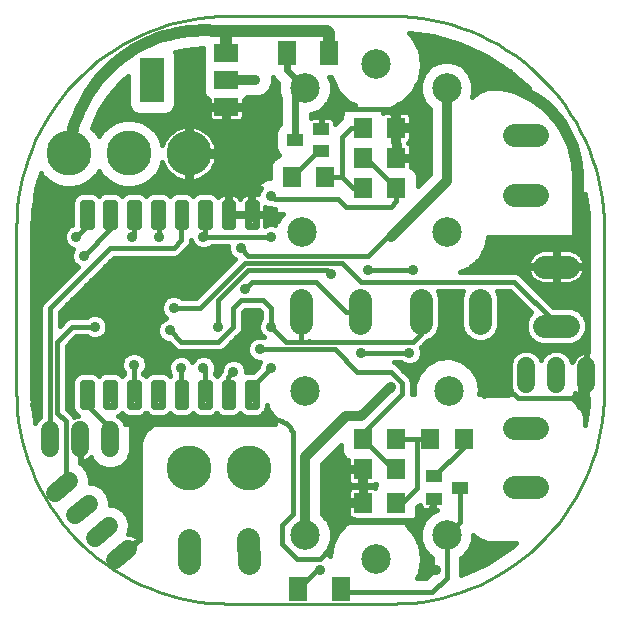
<source format=gtl>
G75*
G70*
%OFA0B0*%
%FSLAX24Y24*%
%IPPOS*%
%LPD*%
%AMOC8*
5,1,8,0,0,1.08239X$1,22.5*
%
%ADD10C,0.0100*%
%ADD11C,0.0245*%
%ADD12C,0.1500*%
%ADD13R,0.0551X0.0394*%
%ADD14R,0.0630X0.0710*%
%ADD15R,0.0630X0.0709*%
%ADD16C,0.0780*%
%ADD17C,0.0600*%
%ADD18R,0.0790X0.0590*%
%ADD19R,0.0790X0.1500*%
%ADD20R,0.0591X0.0827*%
%ADD21C,0.0984*%
%ADD22C,0.0160*%
%ADD23C,0.0320*%
%ADD24C,0.0357*%
%ADD25C,0.0400*%
%ADD26C,0.0240*%
D10*
X007766Y000751D02*
X013187Y000751D01*
X013187Y000750D02*
X013524Y000758D01*
X013861Y000782D01*
X014196Y000822D01*
X014528Y000878D01*
X014858Y000950D01*
X015184Y001037D01*
X015505Y001140D01*
X015821Y001258D01*
X016131Y001390D01*
X016434Y001538D01*
X016731Y001699D01*
X017019Y001875D01*
X017298Y002064D01*
X017568Y002266D01*
X017828Y002481D01*
X018078Y002708D01*
X018316Y002946D01*
X018543Y003196D01*
X018758Y003456D01*
X018960Y003726D01*
X019149Y004005D01*
X019325Y004294D01*
X019486Y004590D01*
X019634Y004893D01*
X019766Y005203D01*
X019884Y005519D01*
X019987Y005840D01*
X020074Y006166D01*
X020146Y006496D01*
X020202Y006828D01*
X020242Y007163D01*
X020266Y007500D01*
X020274Y007837D01*
X020273Y007837D02*
X020273Y013258D01*
X020274Y013258D02*
X020266Y013595D01*
X020242Y013932D01*
X020202Y014267D01*
X020146Y014599D01*
X020074Y014929D01*
X019987Y015255D01*
X019884Y015576D01*
X019766Y015892D01*
X019634Y016202D01*
X019486Y016505D01*
X019325Y016802D01*
X019149Y017090D01*
X018960Y017369D01*
X018758Y017639D01*
X018543Y017899D01*
X018316Y018149D01*
X018078Y018387D01*
X017828Y018614D01*
X017568Y018829D01*
X017298Y019031D01*
X017019Y019220D01*
X016731Y019396D01*
X016434Y019557D01*
X016131Y019705D01*
X015821Y019837D01*
X015505Y019955D01*
X015184Y020058D01*
X014858Y020145D01*
X014528Y020217D01*
X014196Y020273D01*
X013861Y020313D01*
X013524Y020337D01*
X013187Y020345D01*
X007766Y020345D01*
X007429Y020337D01*
X007092Y020313D01*
X006757Y020273D01*
X006425Y020217D01*
X006095Y020145D01*
X005769Y020058D01*
X005448Y019955D01*
X005132Y019837D01*
X004822Y019705D01*
X004519Y019557D01*
X004222Y019396D01*
X003934Y019220D01*
X003655Y019031D01*
X003385Y018829D01*
X003125Y018614D01*
X002875Y018387D01*
X002637Y018149D01*
X002410Y017899D01*
X002195Y017639D01*
X001993Y017369D01*
X001804Y017090D01*
X001628Y016802D01*
X001467Y016505D01*
X001319Y016202D01*
X001187Y015892D01*
X001069Y015576D01*
X000966Y015255D01*
X000879Y014929D01*
X000807Y014599D01*
X000751Y014267D01*
X000711Y013932D01*
X000687Y013595D01*
X000679Y013258D01*
X000679Y007837D01*
X000687Y007500D01*
X000711Y007163D01*
X000751Y006828D01*
X000807Y006496D01*
X000879Y006166D01*
X000966Y005840D01*
X001069Y005519D01*
X001187Y005203D01*
X001319Y004893D01*
X001467Y004590D01*
X001628Y004294D01*
X001804Y004005D01*
X001993Y003726D01*
X002195Y003456D01*
X002410Y003196D01*
X002637Y002946D01*
X002875Y002708D01*
X003125Y002481D01*
X003385Y002266D01*
X003655Y002064D01*
X003934Y001875D01*
X004222Y001699D01*
X004519Y001538D01*
X004822Y001390D01*
X005132Y001258D01*
X005448Y001140D01*
X005769Y001037D01*
X006095Y000950D01*
X006425Y000878D01*
X006757Y000822D01*
X007092Y000782D01*
X007429Y000758D01*
X007766Y000750D01*
D11*
X007877Y007349D02*
X007877Y008105D01*
X007877Y007349D02*
X007621Y007349D01*
X007621Y008105D01*
X007877Y008105D01*
X007877Y007593D02*
X007621Y007593D01*
X007621Y007837D02*
X007877Y007837D01*
X007877Y008081D02*
X007621Y008081D01*
X007096Y008105D02*
X007096Y007349D01*
X006840Y007349D01*
X006840Y008105D01*
X007096Y008105D01*
X007096Y007593D02*
X006840Y007593D01*
X006840Y007837D02*
X007096Y007837D01*
X007096Y008081D02*
X006840Y008081D01*
X006314Y008105D02*
X006314Y007349D01*
X006058Y007349D01*
X006058Y008105D01*
X006314Y008105D01*
X006314Y007593D02*
X006058Y007593D01*
X006058Y007837D02*
X006314Y007837D01*
X006314Y008081D02*
X006058Y008081D01*
X005533Y008105D02*
X005533Y007349D01*
X005277Y007349D01*
X005277Y008105D01*
X005533Y008105D01*
X005533Y007593D02*
X005277Y007593D01*
X005277Y007837D02*
X005533Y007837D01*
X005533Y008081D02*
X005277Y008081D01*
X004721Y008105D02*
X004721Y007349D01*
X004465Y007349D01*
X004465Y008105D01*
X004721Y008105D01*
X004721Y007593D02*
X004465Y007593D01*
X004465Y007837D02*
X004721Y007837D01*
X004721Y008081D02*
X004465Y008081D01*
X003939Y008105D02*
X003939Y007349D01*
X003683Y007349D01*
X003683Y008105D01*
X003939Y008105D01*
X003939Y007593D02*
X003683Y007593D01*
X003683Y007837D02*
X003939Y007837D01*
X003939Y008081D02*
X003683Y008081D01*
X003158Y008105D02*
X003158Y007349D01*
X002902Y007349D01*
X002902Y008105D01*
X003158Y008105D01*
X003158Y007593D02*
X002902Y007593D01*
X002902Y007837D02*
X003158Y007837D01*
X003158Y008081D02*
X002902Y008081D01*
X008658Y008105D02*
X008658Y007349D01*
X008402Y007349D01*
X008402Y008105D01*
X008658Y008105D01*
X008658Y007593D02*
X008402Y007593D01*
X008402Y007837D02*
X008658Y007837D01*
X008658Y008081D02*
X008402Y008081D01*
X008658Y013349D02*
X008658Y014105D01*
X008658Y013349D02*
X008402Y013349D01*
X008402Y014105D01*
X008658Y014105D01*
X008658Y013593D02*
X008402Y013593D01*
X008402Y013837D02*
X008658Y013837D01*
X008658Y014081D02*
X008402Y014081D01*
X007877Y014105D02*
X007877Y013349D01*
X007621Y013349D01*
X007621Y014105D01*
X007877Y014105D01*
X007877Y013593D02*
X007621Y013593D01*
X007621Y013837D02*
X007877Y013837D01*
X007877Y014081D02*
X007621Y014081D01*
X007096Y014105D02*
X007096Y013349D01*
X006840Y013349D01*
X006840Y014105D01*
X007096Y014105D01*
X007096Y013593D02*
X006840Y013593D01*
X006840Y013837D02*
X007096Y013837D01*
X007096Y014081D02*
X006840Y014081D01*
X006314Y014105D02*
X006314Y013349D01*
X006058Y013349D01*
X006058Y014105D01*
X006314Y014105D01*
X006314Y013593D02*
X006058Y013593D01*
X006058Y013837D02*
X006314Y013837D01*
X006314Y014081D02*
X006058Y014081D01*
X005533Y014105D02*
X005533Y013349D01*
X005277Y013349D01*
X005277Y014105D01*
X005533Y014105D01*
X005533Y013593D02*
X005277Y013593D01*
X005277Y013837D02*
X005533Y013837D01*
X005533Y014081D02*
X005277Y014081D01*
X004721Y014105D02*
X004721Y013349D01*
X004465Y013349D01*
X004465Y014105D01*
X004721Y014105D01*
X004721Y013593D02*
X004465Y013593D01*
X004465Y013837D02*
X004721Y013837D01*
X004721Y014081D02*
X004465Y014081D01*
X003939Y014105D02*
X003939Y013349D01*
X003683Y013349D01*
X003683Y014105D01*
X003939Y014105D01*
X003939Y013593D02*
X003683Y013593D01*
X003683Y013837D02*
X003939Y013837D01*
X003939Y014081D02*
X003683Y014081D01*
X003158Y014105D02*
X003158Y013349D01*
X002902Y013349D01*
X002902Y014105D01*
X003158Y014105D01*
X003158Y013593D02*
X002902Y013593D01*
X002902Y013837D02*
X003158Y013837D01*
X003158Y014081D02*
X002902Y014081D01*
D12*
X002434Y015758D03*
X004434Y015758D03*
X006434Y015758D03*
X006434Y005258D03*
X008434Y005258D03*
D13*
X014599Y004994D03*
X014599Y004246D03*
X015465Y004620D03*
X010851Y015837D03*
X010851Y016585D03*
X009985Y016211D03*
D14*
X009862Y014961D03*
X010982Y014961D03*
X012233Y014592D03*
X012225Y015602D03*
X013345Y015602D03*
X013353Y014592D03*
X013345Y006242D03*
X013345Y005244D03*
X012225Y005244D03*
X012225Y006242D03*
X014472Y006242D03*
X015591Y006242D03*
D15*
X013336Y004120D03*
X012234Y004120D03*
X012226Y016616D03*
X013328Y016616D03*
D16*
X017264Y016364D02*
X018044Y016364D01*
X018044Y014384D02*
X017264Y014384D01*
X018284Y011989D02*
X019064Y011989D01*
X019064Y010009D02*
X018284Y010009D01*
X016146Y010095D02*
X016146Y010875D01*
X014166Y010875D02*
X014166Y010095D01*
X012153Y010095D02*
X012153Y010875D01*
X010173Y010875D02*
X010173Y010095D01*
X017262Y006608D02*
X018042Y006608D01*
X018042Y004628D02*
X017262Y004628D01*
X008419Y002895D02*
X008425Y002115D01*
X006445Y002098D02*
X006439Y002878D01*
D17*
X003758Y003340D02*
X003308Y002943D01*
X002646Y003693D02*
X003096Y004090D01*
X002435Y004840D02*
X001985Y004443D01*
X001801Y005942D02*
X001801Y006542D01*
X002801Y006542D02*
X002801Y005942D01*
X003801Y005942D02*
X003801Y006542D01*
X004419Y002590D02*
X003969Y002193D01*
X017674Y008073D02*
X017675Y008673D01*
X018675Y008671D02*
X018674Y008071D01*
X019674Y008069D02*
X019675Y008669D01*
D18*
X007682Y017310D03*
X007682Y018210D03*
X007682Y019110D03*
D19*
X005202Y018200D03*
D20*
X009701Y019114D03*
X011119Y019114D03*
X011497Y001250D03*
X010080Y001250D03*
D21*
X010298Y003030D03*
X012660Y002243D03*
X015023Y003030D03*
X015101Y007833D03*
X010298Y007833D03*
X010219Y013137D03*
X015023Y013137D03*
X015023Y017941D03*
X012660Y018728D03*
X010298Y017941D03*
D22*
X009465Y017621D02*
X009465Y016730D01*
X009370Y016635D01*
X009309Y016488D01*
X009309Y015935D01*
X009370Y015788D01*
X009449Y015709D01*
X009320Y015655D01*
X009208Y015543D01*
X009147Y015396D01*
X009147Y014933D01*
X009051Y014933D01*
X008838Y014845D01*
X008675Y014682D01*
X008587Y014469D01*
X008587Y014407D01*
X008575Y014407D01*
X008575Y013772D01*
X008485Y013772D01*
X008485Y013682D01*
X008100Y013682D01*
X007794Y013682D01*
X007794Y013772D01*
X008485Y013772D01*
X008485Y013682D01*
X008100Y013682D01*
X007794Y013682D01*
X007794Y013772D01*
X008485Y013772D01*
X008485Y014407D01*
X008373Y014407D01*
X008315Y014395D01*
X008259Y014373D01*
X008210Y014339D01*
X008168Y014297D01*
X008140Y014255D01*
X008111Y014297D01*
X008069Y014339D01*
X008020Y014373D01*
X007965Y014395D01*
X007906Y014407D01*
X007794Y014407D01*
X007794Y013772D01*
X007704Y013772D01*
X007704Y014407D01*
X007592Y014407D01*
X007533Y014395D01*
X007478Y014373D01*
X007429Y014339D01*
X007401Y014312D01*
X007301Y014412D01*
X007167Y014467D01*
X006768Y014467D01*
X006635Y014412D01*
X006577Y014354D01*
X006519Y014412D01*
X006386Y014467D01*
X005987Y014467D01*
X005854Y014412D01*
X005796Y014354D01*
X005738Y014412D01*
X005605Y014467D01*
X005206Y014467D01*
X005072Y014412D01*
X004999Y014338D01*
X004926Y014412D01*
X004792Y014467D01*
X004393Y014467D01*
X004260Y014412D01*
X004202Y014354D01*
X004144Y014412D01*
X004011Y014467D01*
X003612Y014467D01*
X003479Y014412D01*
X003421Y014354D01*
X003363Y014412D01*
X003230Y014467D01*
X002831Y014467D01*
X002697Y014412D01*
X002595Y014310D01*
X002540Y014177D01*
X002540Y013378D01*
X002439Y013336D01*
X002321Y013219D01*
X002258Y013065D01*
X002258Y012898D01*
X002321Y012744D01*
X002439Y012627D01*
X002563Y012575D01*
X002507Y012441D01*
X002507Y012274D01*
X002571Y012120D01*
X002689Y012003D01*
X002727Y011987D01*
X001620Y010880D01*
X001620Y010880D01*
X001530Y010790D01*
X001481Y010672D01*
X001481Y006986D01*
X001343Y006848D01*
X001312Y006772D01*
X001303Y006832D01*
X001303Y014264D01*
X001352Y014604D01*
X008824Y014604D01*
X008811Y014591D01*
X008747Y014438D01*
X008747Y014395D01*
X008746Y014395D01*
X008688Y014407D01*
X008575Y014407D01*
X008575Y013772D01*
X008485Y013772D01*
X008485Y014407D01*
X008373Y014407D01*
X008315Y014395D01*
X008259Y014373D01*
X008210Y014339D01*
X008168Y014297D01*
X008140Y014255D01*
X008111Y014297D01*
X008069Y014339D01*
X008020Y014373D01*
X007965Y014395D01*
X007906Y014407D01*
X007794Y014407D01*
X007794Y013772D01*
X007704Y013772D01*
X007704Y014407D01*
X007592Y014407D01*
X007540Y014397D01*
X007538Y014400D01*
X007391Y014547D01*
X007199Y014627D01*
X006736Y014627D01*
X006577Y014561D01*
X006418Y014627D01*
X005955Y014627D01*
X005796Y014561D01*
X005637Y014627D01*
X005174Y014627D01*
X004999Y014555D01*
X004824Y014627D01*
X004657Y014627D01*
X004878Y014686D01*
X005140Y014838D01*
X005355Y015052D01*
X005506Y015314D01*
X005549Y015473D01*
X005574Y015401D01*
X005619Y015307D01*
X005675Y015219D01*
X005740Y015137D01*
X005814Y015063D01*
X005895Y014998D01*
X005984Y014943D01*
X006078Y014897D01*
X006176Y014863D01*
X006278Y014840D01*
X006357Y014831D01*
X006357Y015680D01*
X006512Y015680D01*
X006512Y014831D01*
X006590Y014840D01*
X006692Y014863D01*
X006791Y014897D01*
X006885Y014943D01*
X006973Y014998D01*
X007055Y015063D01*
X007129Y015137D01*
X007194Y015219D01*
X007250Y015307D01*
X007295Y015401D01*
X007329Y015500D01*
X007353Y015602D01*
X007361Y015680D01*
X006512Y015680D01*
X006512Y015835D01*
X007361Y015835D01*
X007353Y015914D01*
X007329Y016016D01*
X007295Y016114D01*
X007250Y016208D01*
X007194Y016297D01*
X007129Y016379D01*
X007055Y016452D01*
X006973Y016518D01*
X006885Y016573D01*
X006791Y016618D01*
X006692Y016653D01*
X006590Y016676D01*
X006512Y016685D01*
X006512Y015835D01*
X006357Y015835D01*
X006357Y016685D01*
X006278Y016676D01*
X006176Y016653D01*
X006078Y016618D01*
X005984Y016573D01*
X005895Y016518D01*
X005814Y016452D01*
X005740Y016379D01*
X005675Y016297D01*
X005619Y016208D01*
X005574Y016114D01*
X005549Y016042D01*
X005506Y016202D01*
X005355Y016464D01*
X005140Y016678D01*
X004878Y016830D01*
X004586Y016908D01*
X004283Y016908D01*
X003990Y016830D01*
X003728Y016678D01*
X003514Y016464D01*
X003434Y016326D01*
X003355Y016464D01*
X003216Y016603D01*
X003450Y017162D01*
X003771Y017679D01*
X004169Y018140D01*
X004407Y018341D01*
X004407Y017370D01*
X004468Y017223D01*
X004580Y017111D01*
X004727Y017050D01*
X005676Y017050D01*
X005823Y017111D01*
X005936Y017223D01*
X005997Y017370D01*
X005997Y019029D01*
X005954Y019133D01*
X006310Y019217D01*
X006887Y019259D01*
X006887Y018735D01*
X006918Y018660D01*
X006887Y018584D01*
X006887Y017835D01*
X006948Y017688D01*
X007060Y017576D01*
X007107Y017556D01*
X007107Y017377D01*
X007614Y017377D01*
X007614Y017242D01*
X007107Y017242D01*
X007107Y016991D01*
X007119Y016945D01*
X007143Y016904D01*
X007176Y016871D01*
X007217Y016847D01*
X007263Y016835D01*
X007614Y016835D01*
X007614Y017242D01*
X007749Y017242D01*
X007749Y016835D01*
X008101Y016835D01*
X008146Y016847D01*
X008187Y016871D01*
X008221Y016904D01*
X008245Y016945D01*
X008257Y016991D01*
X008257Y017242D01*
X007749Y017242D01*
X007749Y017377D01*
X007749Y017515D01*
X007614Y017515D01*
X007614Y017377D01*
X007749Y017377D01*
X008257Y017377D01*
X008257Y017556D01*
X008303Y017576D01*
X008377Y017650D01*
X008493Y017650D01*
X008538Y017631D01*
X008768Y017631D01*
X008981Y017719D01*
X009143Y017882D01*
X009231Y018095D01*
X009231Y018313D01*
X009260Y018243D01*
X009406Y018097D01*
X009406Y017763D01*
X009465Y017621D01*
X009465Y017552D02*
X008257Y017552D01*
X008257Y017393D02*
X009465Y017393D01*
X009465Y017235D02*
X008257Y017235D01*
X008257Y017076D02*
X009465Y017076D01*
X009465Y016918D02*
X008229Y016918D01*
X007749Y016918D02*
X007614Y016918D01*
X007614Y017076D02*
X007749Y017076D01*
X007749Y017235D02*
X007614Y017235D01*
X007614Y017393D02*
X007749Y017393D01*
X007107Y017393D02*
X005997Y017393D01*
X005997Y017552D02*
X007107Y017552D01*
X006938Y017710D02*
X005997Y017710D01*
X005997Y017869D02*
X006887Y017869D01*
X006887Y018027D02*
X005997Y018027D01*
X005997Y018186D02*
X006887Y018186D01*
X006887Y018344D02*
X005997Y018344D01*
X005997Y018503D02*
X006887Y018503D01*
X006917Y018661D02*
X005997Y018661D01*
X005997Y018820D02*
X006887Y018820D01*
X006887Y018978D02*
X005997Y018978D01*
X005969Y019137D02*
X006887Y019137D01*
X007107Y017235D02*
X005941Y017235D01*
X005741Y017076D02*
X007107Y017076D01*
X007135Y016918D02*
X003348Y016918D01*
X003415Y017076D02*
X004663Y017076D01*
X004463Y017235D02*
X003496Y017235D01*
X003594Y017393D02*
X004407Y017393D01*
X004407Y017552D02*
X003692Y017552D01*
X003798Y017710D02*
X004407Y017710D01*
X004407Y017869D02*
X003935Y017869D01*
X004072Y018027D02*
X004407Y018027D01*
X004407Y018186D02*
X004223Y018186D01*
X003869Y016759D02*
X003281Y016759D01*
X003218Y016601D02*
X003651Y016601D01*
X003502Y016442D02*
X003367Y016442D01*
X003434Y015190D02*
X003355Y015052D01*
X003140Y014838D01*
X002878Y014686D01*
X002586Y014608D01*
X002283Y014608D01*
X001990Y014686D01*
X001728Y014838D01*
X001514Y015052D01*
X001489Y015095D01*
X001359Y014652D01*
X001226Y013726D01*
X001209Y013258D01*
X001209Y007837D01*
X001226Y007370D01*
X001278Y007009D01*
X001321Y007052D01*
X001321Y010513D01*
X001321Y010704D01*
X001394Y010881D01*
X002489Y011976D01*
X002435Y012030D01*
X002347Y012242D01*
X002347Y012473D01*
X002354Y012489D01*
X002348Y012491D01*
X002186Y012654D01*
X002098Y012866D01*
X002098Y013097D01*
X002186Y013309D01*
X002348Y013472D01*
X002380Y013485D01*
X002380Y014208D01*
X002460Y014400D01*
X002607Y014547D01*
X002799Y014627D01*
X003262Y014627D01*
X003421Y014561D01*
X003580Y014627D01*
X004043Y014627D01*
X004202Y014561D01*
X004315Y014608D01*
X004283Y014608D01*
X003990Y014686D01*
X003728Y014838D01*
X003514Y015052D01*
X003434Y015190D01*
X003425Y015174D02*
X003443Y015174D01*
X003550Y015016D02*
X003319Y015016D01*
X003160Y014857D02*
X003709Y014857D01*
X003969Y014699D02*
X002900Y014699D01*
X002600Y014540D02*
X001343Y014540D01*
X008790Y014540D01*
X008617Y014540D02*
X007398Y014540D01*
X007331Y014382D02*
X007500Y014382D01*
X007704Y014382D02*
X007794Y014382D01*
X007704Y014382D01*
X007704Y014223D02*
X007794Y014223D01*
X007704Y014223D01*
X007704Y014065D02*
X007794Y014065D01*
X007704Y014065D01*
X007704Y013906D02*
X007794Y013906D01*
X007704Y013906D01*
X007794Y013748D02*
X008485Y013748D01*
X007794Y013748D01*
X007998Y014382D02*
X008282Y014382D01*
X007998Y014382D01*
X008485Y014382D02*
X008575Y014382D01*
X008485Y014382D01*
X008485Y014223D02*
X008575Y014223D01*
X008485Y014223D01*
X008485Y014065D02*
X008575Y014065D01*
X008485Y014065D01*
X008485Y013906D02*
X008575Y013906D01*
X008485Y013906D01*
X008575Y013772D02*
X008960Y013772D01*
X008960Y013987D01*
X009083Y013936D01*
X009163Y013936D01*
X009227Y013910D01*
X009291Y013910D01*
X009291Y013383D01*
X009249Y013400D01*
X009083Y013400D01*
X008960Y013349D01*
X008960Y013682D01*
X008575Y013682D01*
X008575Y013772D01*
X008960Y013772D01*
X008960Y013813D01*
X009051Y013776D01*
X009131Y013776D01*
X009195Y013750D01*
X009570Y013750D01*
X009463Y013643D01*
X009407Y013508D01*
X009281Y013560D01*
X009051Y013560D01*
X008960Y013522D01*
X008960Y013682D01*
X008575Y013682D01*
X008575Y013772D01*
X008575Y013748D02*
X009291Y013748D01*
X009291Y013906D02*
X008960Y013906D01*
X008960Y013589D02*
X009291Y013589D01*
X009441Y013589D02*
X008960Y013589D01*
X008960Y013431D02*
X009291Y013431D01*
X009568Y013748D02*
X008575Y013748D01*
X009166Y014354D02*
X009291Y014230D01*
X011412Y014230D01*
X011662Y013980D01*
X013160Y013980D01*
X013353Y014173D01*
X013353Y014592D01*
X012342Y015602D01*
X012225Y015602D01*
X011537Y014961D02*
X011906Y014592D01*
X012233Y014592D01*
X011537Y014961D02*
X011537Y016302D01*
X011852Y016616D01*
X012226Y016616D01*
X011511Y016954D02*
X011445Y016888D01*
X011306Y016750D01*
X011306Y016806D01*
X011294Y016852D01*
X011270Y016893D01*
X011237Y016926D01*
X011196Y016950D01*
X011150Y016962D01*
X010869Y016962D01*
X010869Y016604D01*
X010832Y016604D01*
X010832Y016962D01*
X010552Y016962D01*
X010506Y016950D01*
X010505Y016949D01*
X010505Y017061D01*
X010803Y017184D01*
X011054Y017435D01*
X011190Y017763D01*
X011190Y018118D01*
X011115Y018301D01*
X011184Y018301D01*
X011193Y018246D01*
X011193Y018246D01*
X011412Y017815D01*
X011753Y017474D01*
X011753Y017474D01*
X011957Y017370D01*
X011832Y017370D01*
X011685Y017310D01*
X011572Y017197D01*
X011511Y017050D01*
X011511Y016954D01*
X011475Y016918D02*
X011245Y016918D01*
X011306Y016759D02*
X011316Y016759D01*
X011445Y016888D02*
X011445Y016888D01*
X011522Y017076D02*
X010543Y017076D01*
X010832Y016918D02*
X010869Y016918D01*
X010869Y016759D02*
X010832Y016759D01*
X010913Y017100D02*
X010913Y017225D01*
X013035Y017225D01*
X013328Y016931D01*
X013328Y016616D01*
X013406Y016601D02*
X014472Y016601D01*
X014472Y016759D02*
X013823Y016759D01*
X013823Y016694D02*
X013823Y016994D01*
X013811Y017040D01*
X013787Y017081D01*
X013754Y017115D01*
X013713Y017138D01*
X013667Y017150D01*
X013406Y017150D01*
X013406Y016694D01*
X013251Y016694D01*
X013251Y017150D01*
X012990Y017150D01*
X012944Y017138D01*
X012912Y017120D01*
X012880Y017197D01*
X012865Y017212D01*
X013137Y017255D01*
X013137Y017255D01*
X013567Y017474D01*
X013567Y017474D01*
X013909Y017815D01*
X013909Y017815D01*
X014128Y018246D01*
X014203Y018722D01*
X014128Y019199D01*
X014128Y019199D01*
X013909Y019629D01*
X013909Y019629D01*
X013754Y019784D01*
X014580Y019665D01*
X015478Y019401D01*
X016329Y019013D01*
X017116Y018507D01*
X017754Y017954D01*
X016375Y017954D01*
X016054Y017821D01*
X015858Y017625D01*
X015915Y017763D01*
X015915Y018118D01*
X015779Y018446D01*
X015528Y018697D01*
X015200Y018833D01*
X014845Y018833D01*
X014517Y018697D01*
X014266Y018446D01*
X014130Y018118D01*
X014130Y017763D01*
X014266Y017435D01*
X014472Y017230D01*
X014472Y015086D01*
X014068Y014682D01*
X014068Y015026D01*
X014007Y015173D01*
X013894Y015286D01*
X013840Y015308D01*
X013840Y015525D01*
X013422Y015525D01*
X013422Y015680D01*
X013267Y015680D01*
X013267Y016137D01*
X013251Y016137D01*
X013251Y016539D01*
X013406Y016539D01*
X013406Y016694D01*
X013823Y016694D01*
X013823Y016539D02*
X013406Y016539D01*
X013406Y016082D01*
X013422Y016082D01*
X013422Y015680D01*
X013840Y015680D01*
X013840Y015981D01*
X013828Y016027D01*
X013804Y016068D01*
X013770Y016101D01*
X013748Y016114D01*
X013754Y016118D01*
X013787Y016151D01*
X013811Y016192D01*
X013823Y016238D01*
X013823Y016539D01*
X013823Y016442D02*
X014472Y016442D01*
X014472Y016284D02*
X013823Y016284D01*
X013761Y016125D02*
X014472Y016125D01*
X014472Y015967D02*
X013840Y015967D01*
X013840Y015808D02*
X014472Y015808D01*
X014472Y015650D02*
X013422Y015650D01*
X013422Y015808D02*
X013267Y015808D01*
X013267Y015967D02*
X013422Y015967D01*
X013406Y016125D02*
X013267Y016125D01*
X013251Y016284D02*
X013406Y016284D01*
X013406Y016442D02*
X013251Y016442D01*
X013251Y016759D02*
X013406Y016759D01*
X013406Y016918D02*
X013251Y016918D01*
X013251Y017076D02*
X013406Y017076D01*
X013010Y017235D02*
X014467Y017235D01*
X014472Y017076D02*
X013790Y017076D01*
X013823Y016918D02*
X014472Y016918D01*
X014308Y017393D02*
X013409Y017393D01*
X013645Y017552D02*
X014218Y017552D01*
X014152Y017710D02*
X013803Y017710D01*
X013936Y017869D02*
X014130Y017869D01*
X014130Y018027D02*
X014017Y018027D01*
X014097Y018186D02*
X014158Y018186D01*
X014128Y018246D02*
X014128Y018246D01*
X014143Y018344D02*
X014224Y018344D01*
X014169Y018503D02*
X014323Y018503D01*
X014194Y018661D02*
X014482Y018661D01*
X014188Y018820D02*
X014814Y018820D01*
X015231Y018820D02*
X016629Y018820D01*
X016383Y018978D02*
X014163Y018978D01*
X014138Y019137D02*
X016058Y019137D01*
X015710Y019295D02*
X014079Y019295D01*
X013998Y019454D02*
X015300Y019454D01*
X014760Y019612D02*
X013917Y019612D01*
X013845Y019771D02*
X013767Y019771D01*
X015563Y018661D02*
X016876Y018661D01*
X017121Y018503D02*
X015722Y018503D01*
X015821Y018344D02*
X017304Y018344D01*
X017487Y018186D02*
X015887Y018186D01*
X015915Y018027D02*
X017670Y018027D01*
X016168Y017869D02*
X015915Y017869D01*
X016054Y017821D02*
X016054Y017821D01*
X015943Y017710D02*
X015893Y017710D01*
X014472Y015491D02*
X013840Y015491D01*
X013840Y015333D02*
X014472Y015333D01*
X014472Y015174D02*
X014006Y015174D01*
X014068Y015016D02*
X014402Y015016D01*
X014243Y014857D02*
X014068Y014857D01*
X014068Y014699D02*
X014085Y014699D01*
X013160Y012981D02*
X013035Y012981D01*
X012411Y012357D01*
X008417Y012357D01*
X008167Y012607D01*
X007861Y012321D02*
X006067Y012321D01*
X006102Y012336D02*
X006368Y012601D01*
X006458Y012691D01*
X006506Y012809D01*
X006506Y012885D01*
X006565Y012744D01*
X006682Y012627D01*
X006836Y012563D01*
X007003Y012563D01*
X007156Y012627D01*
X007191Y012661D01*
X007749Y012661D01*
X007749Y012524D01*
X007813Y012370D01*
X007930Y012252D01*
X007968Y012237D01*
X006662Y010930D01*
X006193Y010930D01*
X006158Y010965D01*
X006004Y011029D01*
X005838Y011029D01*
X005684Y010965D01*
X005566Y010847D01*
X005503Y010693D01*
X005503Y010527D01*
X005566Y010373D01*
X005675Y010264D01*
X005559Y010216D01*
X005441Y010098D01*
X005378Y009945D01*
X005378Y009778D01*
X005441Y009624D01*
X005559Y009507D01*
X005713Y009443D01*
X005762Y009443D01*
X005899Y009306D01*
X005989Y009216D01*
X006107Y009167D01*
X007482Y009167D01*
X007600Y009216D01*
X008099Y009715D01*
X008189Y009805D01*
X008238Y009923D01*
X008238Y010478D01*
X008300Y010540D01*
X008784Y010540D01*
X008846Y010478D01*
X008846Y010258D01*
X008811Y010223D01*
X008747Y010069D01*
X008747Y009903D01*
X008811Y009749D01*
X008926Y009635D01*
X008875Y009656D01*
X008708Y009656D01*
X008554Y009592D01*
X008437Y009474D01*
X008373Y009321D01*
X008373Y009154D01*
X008437Y009000D01*
X008554Y008883D01*
X008708Y008819D01*
X008798Y008819D01*
X008747Y008697D01*
X008747Y008648D01*
X008567Y008467D01*
X008336Y008467D01*
X008336Y008572D01*
X008273Y008726D01*
X008155Y008843D01*
X008001Y008907D01*
X007835Y008907D01*
X007681Y008843D01*
X007563Y008726D01*
X007499Y008572D01*
X007499Y008523D01*
X007478Y008501D01*
X007446Y008424D01*
X007416Y008412D01*
X007358Y008354D01*
X007301Y008412D01*
X007291Y008416D01*
X007338Y008530D01*
X007338Y008697D01*
X007274Y008850D01*
X007156Y008968D01*
X007003Y009032D01*
X006836Y009032D01*
X006682Y008968D01*
X006565Y008850D01*
X006545Y008803D01*
X006525Y008850D01*
X006408Y008968D01*
X006254Y009032D01*
X006087Y009032D01*
X005934Y008968D01*
X005816Y008850D01*
X005752Y008697D01*
X005752Y008530D01*
X005816Y008376D01*
X005817Y008375D01*
X005796Y008354D01*
X005738Y008412D01*
X005605Y008467D01*
X005206Y008467D01*
X005072Y008412D01*
X004999Y008338D01*
X004926Y008412D01*
X004913Y008417D01*
X004913Y008442D01*
X004958Y008487D01*
X005021Y008641D01*
X005021Y008807D01*
X004958Y008961D01*
X004840Y009079D01*
X004686Y009142D01*
X004520Y009142D01*
X004366Y009079D01*
X004248Y008961D01*
X004184Y008807D01*
X004184Y008641D01*
X004248Y008487D01*
X004273Y008462D01*
X004273Y008417D01*
X004260Y008412D01*
X004202Y008354D01*
X004144Y008412D01*
X004011Y008467D01*
X003612Y008467D01*
X003479Y008412D01*
X003421Y008354D01*
X003363Y008412D01*
X003230Y008467D01*
X002831Y008467D01*
X002697Y008412D01*
X002595Y008310D01*
X002540Y008177D01*
X002540Y007277D01*
X002595Y007144D01*
X002697Y007042D01*
X002751Y007020D01*
X002688Y007010D01*
X002617Y006987D01*
X002606Y007014D01*
X002372Y007248D01*
X002372Y009354D01*
X002684Y009666D01*
X003028Y009666D01*
X003063Y009631D01*
X003217Y009568D01*
X003383Y009568D01*
X003537Y009631D01*
X003655Y009749D01*
X003719Y009903D01*
X003719Y010069D01*
X003655Y010223D01*
X003537Y010341D01*
X003383Y010405D01*
X003217Y010405D01*
X003063Y010341D01*
X003028Y010306D01*
X002488Y010306D01*
X002370Y010258D01*
X002280Y010167D01*
X002121Y010008D01*
X002121Y010476D01*
X003932Y012287D01*
X005857Y012287D01*
X005985Y012287D01*
X006102Y012336D01*
X006193Y012200D02*
X006016Y012127D01*
X003998Y012127D01*
X002281Y010410D01*
X002281Y010394D01*
X002456Y010466D01*
X002962Y010466D01*
X002972Y010477D01*
X003185Y010565D01*
X003415Y010565D01*
X003628Y010477D01*
X003790Y010314D01*
X003879Y010101D01*
X003879Y009871D01*
X003790Y009659D01*
X003628Y009496D01*
X003415Y009408D01*
X003185Y009408D01*
X002972Y009496D01*
X002962Y009506D01*
X002750Y009506D01*
X002532Y009288D01*
X002532Y008473D01*
X002607Y008547D01*
X002799Y008627D01*
X003262Y008627D01*
X003421Y008561D01*
X003580Y008627D01*
X004024Y008627D01*
X004024Y008839D01*
X004112Y009052D01*
X004275Y009214D01*
X004488Y009302D01*
X004718Y009302D01*
X004930Y009214D01*
X005093Y009052D01*
X005181Y008839D01*
X005181Y008627D01*
X005592Y008627D01*
X005592Y008728D01*
X005680Y008941D01*
X005843Y009104D01*
X005866Y009113D01*
X005696Y009283D01*
X005681Y009283D01*
X005468Y009371D01*
X005306Y009534D01*
X005218Y009746D01*
X005218Y009976D01*
X005306Y010189D01*
X005421Y010305D01*
X005343Y010495D01*
X005343Y010725D01*
X005431Y010938D01*
X005593Y011101D01*
X005806Y011189D01*
X006036Y011189D01*
X006249Y011101D01*
X006259Y011090D01*
X006596Y011090D01*
X007731Y012225D01*
X007677Y012279D01*
X007589Y012492D01*
X007589Y012501D01*
X007257Y012501D01*
X007247Y012491D01*
X007034Y012403D01*
X006804Y012403D01*
X006592Y012491D01*
X006538Y012545D01*
X006458Y012466D01*
X006458Y012466D01*
X006193Y012200D01*
X006103Y012163D02*
X007668Y012163D01*
X007660Y012321D02*
X006314Y012321D01*
X006246Y012480D02*
X007767Y012480D01*
X007749Y012638D02*
X007168Y012638D01*
X007220Y012480D02*
X007594Y012480D01*
X007895Y012163D02*
X003808Y012163D01*
X003875Y012004D02*
X007510Y012004D01*
X007578Y011846D02*
X003491Y011846D01*
X003558Y011687D02*
X007193Y011687D01*
X007261Y011529D02*
X003174Y011529D01*
X003241Y011370D02*
X006876Y011370D01*
X006944Y011212D02*
X002857Y011212D01*
X002924Y011053D02*
X005546Y011053D01*
X005614Y010895D02*
X002540Y010895D01*
X002607Y010736D02*
X005347Y010736D01*
X005343Y010578D02*
X002449Y010578D01*
X002381Y010736D02*
X005520Y010736D01*
X005503Y010578D02*
X002223Y010578D01*
X002290Y010419D02*
X002343Y010419D01*
X002378Y010261D02*
X002121Y010261D01*
X002121Y010419D02*
X005547Y010419D01*
X005374Y010419D02*
X003685Y010419D01*
X003617Y010261D02*
X005667Y010261D01*
X005445Y010102D02*
X003705Y010102D01*
X003719Y009944D02*
X005378Y009944D01*
X005378Y009785D02*
X003670Y009785D01*
X003843Y009785D02*
X005218Y009785D01*
X005218Y009944D02*
X003879Y009944D01*
X003878Y010102D02*
X005270Y010102D01*
X005378Y010261D02*
X003812Y010261D01*
X003300Y009986D02*
X002551Y009986D01*
X002052Y009487D01*
X002052Y007116D01*
X002335Y006833D01*
X002335Y004767D01*
X002210Y004642D01*
X002815Y005434D02*
X002815Y006222D01*
X002821Y006222D01*
X002821Y005462D01*
X002839Y005462D01*
X002913Y005474D01*
X002985Y005497D01*
X003052Y005532D01*
X003114Y005576D01*
X003167Y005629D01*
X003171Y005634D01*
X003207Y005546D01*
X003404Y005349D01*
X003662Y005242D01*
X003940Y005242D01*
X004197Y005349D01*
X004394Y005546D01*
X004501Y005803D01*
X004501Y006681D01*
X004441Y006827D01*
X004824Y006827D01*
X004999Y006899D01*
X005174Y006827D01*
X005469Y006827D01*
X005196Y006714D01*
X005196Y006714D01*
X004950Y006468D01*
X004817Y006147D01*
X004817Y002859D01*
X004804Y002879D01*
X004792Y002892D01*
X004222Y002390D01*
X004196Y002420D01*
X004766Y002922D01*
X004754Y002936D01*
X004696Y002984D01*
X004631Y003022D01*
X004561Y003050D01*
X004487Y003066D01*
X004411Y003071D01*
X004405Y003071D01*
X004448Y003157D01*
X004465Y003435D01*
X004375Y003698D01*
X004191Y003907D01*
X003941Y004030D01*
X003795Y004039D01*
X003804Y004185D01*
X003714Y004448D01*
X003529Y004657D01*
X003279Y004780D01*
X003133Y004789D01*
X003142Y004935D01*
X003052Y005199D01*
X002868Y005407D01*
X002815Y005434D01*
X002815Y005506D02*
X002821Y005506D01*
X002815Y005664D02*
X002821Y005664D01*
X002815Y005823D02*
X002821Y005823D01*
X002815Y005981D02*
X002821Y005981D01*
X002815Y006140D02*
X002821Y006140D01*
X003002Y005506D02*
X003247Y005506D01*
X003408Y005347D02*
X002921Y005347D01*
X003056Y005189D02*
X004817Y005189D01*
X004817Y005347D02*
X004194Y005347D01*
X004354Y005506D02*
X004817Y005506D01*
X004817Y005664D02*
X004443Y005664D01*
X004501Y005823D02*
X004817Y005823D01*
X004817Y005981D02*
X004501Y005981D01*
X004501Y006140D02*
X004817Y006140D01*
X004880Y006298D02*
X004501Y006298D01*
X004501Y006457D02*
X004945Y006457D01*
X004950Y006468D02*
X004950Y006468D01*
X004950Y006468D01*
X005097Y006615D02*
X004501Y006615D01*
X004463Y006774D02*
X005340Y006774D01*
X005206Y006987D02*
X005072Y007042D01*
X004999Y007116D01*
X004926Y007042D01*
X004792Y006987D01*
X004393Y006987D01*
X004260Y007042D01*
X004202Y007100D01*
X004144Y007042D01*
X004074Y007013D01*
X004107Y007000D01*
X004259Y006848D01*
X004303Y006741D01*
X009291Y006741D01*
X009291Y006926D01*
X009073Y007206D01*
X009073Y007206D01*
X009020Y007359D01*
X009020Y007277D01*
X008965Y007144D01*
X008863Y007042D01*
X008730Y006987D01*
X008331Y006987D01*
X008197Y007042D01*
X008140Y007100D01*
X008082Y007042D01*
X007949Y006987D01*
X007549Y006987D01*
X007416Y007042D01*
X007358Y007100D01*
X007301Y007042D01*
X007167Y006987D01*
X006768Y006987D01*
X006635Y007042D01*
X006577Y007100D01*
X006519Y007042D01*
X006386Y006987D01*
X005987Y006987D01*
X005854Y007042D01*
X005796Y007100D01*
X005738Y007042D01*
X005605Y006987D01*
X005206Y006987D01*
X005024Y007091D02*
X004974Y007091D01*
X004593Y007727D02*
X004593Y008714D01*
X004603Y008724D01*
X004926Y008993D02*
X005993Y008993D01*
X005827Y009151D02*
X004994Y009151D01*
X005118Y008993D02*
X005732Y008993D01*
X005809Y008834D02*
X005010Y008834D01*
X005021Y008676D02*
X005752Y008676D01*
X005757Y008517D02*
X004970Y008517D01*
X004979Y008359D02*
X005019Y008359D01*
X005181Y008676D02*
X005592Y008676D01*
X005636Y008834D02*
X005181Y008834D01*
X005616Y009310D02*
X002554Y009310D01*
X002532Y009151D02*
X004212Y009151D01*
X004280Y008993D02*
X002372Y008993D01*
X002372Y009151D02*
X008374Y009151D01*
X008373Y009310D02*
X007694Y009310D01*
X007762Y009151D02*
X008213Y009151D01*
X008213Y009122D02*
X008291Y008933D01*
X008245Y008979D01*
X008033Y009067D01*
X007803Y009067D01*
X007590Y008979D01*
X007451Y008840D01*
X007410Y008941D01*
X007344Y009007D01*
X007514Y009007D01*
X007690Y009080D01*
X008190Y009579D01*
X008325Y009714D01*
X008398Y009891D01*
X008398Y010380D01*
X008686Y010380D01*
X008686Y010324D01*
X008675Y010314D01*
X008587Y010101D01*
X008587Y009871D01*
X008620Y009792D01*
X008464Y009728D01*
X008301Y009565D01*
X008213Y009352D01*
X008213Y009122D01*
X008212Y008993D02*
X008267Y008993D01*
X008444Y008993D02*
X007097Y008993D01*
X007281Y008834D02*
X007672Y008834D01*
X007624Y008993D02*
X007358Y008993D01*
X007338Y008676D02*
X007542Y008676D01*
X007494Y008517D02*
X007332Y008517D01*
X007354Y008359D02*
X007363Y008359D01*
X006968Y008565D02*
X006968Y007727D01*
X007349Y007091D02*
X007368Y007091D01*
X007749Y007727D02*
X007749Y008320D01*
X007918Y008489D01*
X008293Y008676D02*
X008747Y008676D01*
X008671Y008834D02*
X008164Y008834D01*
X008336Y008517D02*
X008617Y008517D01*
X008530Y007978D02*
X008530Y007727D01*
X008530Y007978D02*
X009166Y008613D01*
X008791Y009237D02*
X011287Y009237D01*
X012036Y008489D01*
X013160Y008489D01*
X013534Y008114D01*
X013534Y007740D01*
X012225Y006431D01*
X012225Y006242D01*
X013224Y005244D01*
X013345Y005244D01*
X012655Y004749D02*
X012678Y004692D01*
X012650Y004624D01*
X012618Y004643D01*
X012573Y004655D01*
X012311Y004655D01*
X012311Y004198D01*
X012156Y004198D01*
X012156Y004043D01*
X011739Y004043D01*
X011739Y003742D01*
X011751Y003697D01*
X011775Y003656D01*
X011808Y003622D01*
X011849Y003598D01*
X011895Y003586D01*
X011929Y003586D01*
X011753Y003497D01*
X011412Y003155D01*
X011193Y002725D01*
X011133Y002347D01*
X011116Y002364D01*
X010959Y002429D01*
X011054Y002525D01*
X011190Y002853D01*
X011190Y003208D01*
X011054Y003536D01*
X010858Y003732D01*
X010858Y005395D01*
X011510Y006047D01*
X011510Y005808D01*
X011571Y005661D01*
X011684Y005548D01*
X011730Y005529D01*
X011730Y005321D01*
X012148Y005321D01*
X012148Y005166D01*
X012303Y005166D01*
X012303Y004709D01*
X012564Y004709D01*
X012610Y004721D01*
X012651Y004745D01*
X012655Y004749D01*
X012670Y004713D02*
X012581Y004713D01*
X012303Y004713D02*
X012148Y004713D01*
X012148Y004709D02*
X012148Y005166D01*
X011730Y005166D01*
X011730Y004865D01*
X011743Y004819D01*
X011766Y004778D01*
X011800Y004745D01*
X011841Y004721D01*
X011887Y004709D01*
X012148Y004709D01*
X012156Y004655D02*
X011895Y004655D01*
X011849Y004643D01*
X011808Y004619D01*
X011775Y004585D01*
X011751Y004544D01*
X011739Y004499D01*
X011739Y004198D01*
X012156Y004198D01*
X012156Y004655D01*
X012156Y004555D02*
X012311Y004555D01*
X012311Y004396D02*
X012156Y004396D01*
X012156Y004238D02*
X012311Y004238D01*
X012156Y004079D02*
X010858Y004079D01*
X010858Y003921D02*
X011739Y003921D01*
X011739Y003762D02*
X010858Y003762D01*
X010986Y003604D02*
X011840Y003604D01*
X011753Y003497D02*
X011753Y003497D01*
X011702Y003445D02*
X011092Y003445D01*
X011158Y003287D02*
X011543Y003287D01*
X011412Y003155D02*
X011412Y003155D01*
X011398Y003128D02*
X011190Y003128D01*
X011190Y002970D02*
X011317Y002970D01*
X011237Y002811D02*
X011173Y002811D01*
X011193Y002725D02*
X011193Y002725D01*
X011181Y002653D02*
X011107Y002653D01*
X011163Y002623D02*
X010788Y002248D01*
X010039Y002248D01*
X009540Y002748D01*
X009540Y003372D01*
X009915Y003746D01*
X009915Y006367D01*
X009904Y006413D01*
X009889Y006458D01*
X009871Y006502D01*
X009850Y006545D01*
X009826Y006586D01*
X009799Y006625D01*
X009769Y006662D01*
X009736Y006696D01*
X009701Y006728D01*
X009663Y006758D01*
X009624Y006784D01*
X009582Y006807D01*
X009539Y006828D01*
X009495Y006844D01*
X009449Y006858D01*
X009403Y006868D01*
X009356Y006875D01*
X009308Y006878D01*
X009261Y006877D01*
X009213Y006873D01*
X009166Y006866D01*
X009041Y006866D01*
X009066Y006932D02*
X008979Y006932D01*
X008954Y006907D02*
X009029Y006981D01*
X009041Y006958D01*
X009041Y006958D01*
X009151Y006847D01*
X008810Y006847D01*
X008954Y006907D01*
X008912Y007091D02*
X009163Y007091D01*
X009058Y007249D02*
X009009Y007249D01*
X009286Y006932D02*
X004174Y006932D01*
X004193Y007091D02*
X004211Y007091D01*
X004289Y006774D02*
X009291Y006774D01*
X008149Y007091D02*
X008130Y007091D01*
X006586Y007091D02*
X006568Y007091D01*
X006186Y007727D02*
X006186Y008597D01*
X006171Y008613D01*
X006348Y008993D02*
X006742Y008993D01*
X006558Y008834D02*
X006532Y008834D01*
X006919Y008613D02*
X006968Y008565D01*
X007920Y009310D02*
X008213Y009310D01*
X008261Y009468D02*
X008079Y009468D01*
X008190Y009579D02*
X008190Y009579D01*
X008237Y009627D02*
X008363Y009627D01*
X008354Y009785D02*
X008603Y009785D01*
X008587Y009944D02*
X008398Y009944D01*
X008398Y010102D02*
X008588Y010102D01*
X008653Y010261D02*
X008398Y010261D01*
X008238Y010261D02*
X008846Y010261D01*
X008846Y010419D02*
X008238Y010419D01*
X008238Y010102D02*
X008761Y010102D01*
X008747Y009944D02*
X008238Y009944D01*
X008169Y009785D02*
X008796Y009785D01*
X008638Y009627D02*
X008011Y009627D01*
X007852Y009468D02*
X008434Y009468D01*
X007918Y009986D02*
X007918Y010610D01*
X008167Y010860D01*
X008916Y010860D01*
X009166Y010610D01*
X009166Y009986D01*
X009665Y009487D01*
X010164Y009487D01*
X010173Y009495D01*
X010173Y010485D01*
X010663Y011484D02*
X011662Y010485D01*
X012153Y010485D01*
X012161Y011484D02*
X011537Y012108D01*
X008292Y012108D01*
X006795Y010610D01*
X005921Y010610D01*
X005413Y010895D02*
X002766Y010895D01*
X002698Y011053D02*
X006785Y011053D01*
X006717Y011212D02*
X003083Y011212D01*
X003015Y011370D02*
X007102Y011370D01*
X007034Y011529D02*
X003400Y011529D01*
X003332Y011687D02*
X007419Y011687D01*
X007351Y011846D02*
X003717Y011846D01*
X003649Y012004D02*
X007736Y012004D01*
X008417Y011858D02*
X011038Y011858D01*
X011163Y011733D01*
X010663Y011484D02*
X008542Y011484D01*
X008292Y011234D01*
X008417Y011858D02*
X007419Y010860D01*
X007419Y009986D01*
X007419Y009487D02*
X007918Y009986D01*
X007419Y009487D02*
X006171Y009487D01*
X005796Y009861D01*
X005440Y009627D02*
X003526Y009627D01*
X003561Y009468D02*
X005371Y009468D01*
X005267Y009627D02*
X003759Y009627D01*
X003074Y009627D02*
X002644Y009627D01*
X002712Y009468D02*
X003039Y009468D01*
X002486Y009468D02*
X005652Y009468D01*
X005895Y009310D02*
X002372Y009310D01*
X002532Y008993D02*
X004088Y008993D01*
X004024Y008834D02*
X002532Y008834D01*
X002532Y008676D02*
X004024Y008676D01*
X004184Y008676D02*
X002372Y008676D01*
X002372Y008834D02*
X004196Y008834D01*
X004236Y008517D02*
X002372Y008517D01*
X002372Y008359D02*
X002644Y008359D01*
X002577Y008517D02*
X002532Y008517D01*
X002550Y008200D02*
X002372Y008200D01*
X002372Y008042D02*
X002540Y008042D01*
X002540Y007883D02*
X002372Y007883D01*
X002372Y007725D02*
X002540Y007725D01*
X002540Y007566D02*
X002372Y007566D01*
X002372Y007408D02*
X002540Y007408D01*
X002552Y007249D02*
X002372Y007249D01*
X002530Y007091D02*
X002649Y007091D01*
X003030Y007386D02*
X003799Y006617D01*
X003799Y006244D01*
X003801Y006242D01*
X003110Y005030D02*
X004817Y005030D01*
X004817Y004872D02*
X003138Y004872D01*
X003415Y004713D02*
X004817Y004713D01*
X004817Y004555D02*
X003620Y004555D01*
X003731Y004396D02*
X004817Y004396D01*
X004817Y004238D02*
X003786Y004238D01*
X003797Y004079D02*
X004817Y004079D01*
X004817Y003921D02*
X004163Y003921D01*
X004319Y003762D02*
X004817Y003762D01*
X004817Y003604D02*
X004407Y003604D01*
X004462Y003445D02*
X004817Y003445D01*
X004817Y003287D02*
X004456Y003287D01*
X004434Y003128D02*
X004817Y003128D01*
X004817Y002970D02*
X004713Y002970D01*
X004701Y002811D02*
X004640Y002811D01*
X004521Y002653D02*
X004460Y002653D01*
X004341Y002494D02*
X004281Y002494D01*
X001801Y006242D02*
X001801Y010609D01*
X003799Y012607D01*
X005921Y012607D01*
X006186Y012873D01*
X006186Y013727D01*
X005824Y014382D02*
X005768Y014382D01*
X005873Y015016D02*
X005319Y015016D01*
X005425Y015174D02*
X005710Y015174D01*
X005607Y015333D02*
X005511Y015333D01*
X005160Y014857D02*
X006201Y014857D01*
X006357Y014857D02*
X006512Y014857D01*
X006668Y014857D02*
X008869Y014857D01*
X008692Y014699D02*
X004900Y014699D01*
X004956Y014382D02*
X005042Y014382D01*
X004593Y014025D02*
X004593Y013727D01*
X004593Y013026D01*
X004548Y012981D01*
X003811Y013243D02*
X003811Y013727D01*
X003811Y013243D02*
X002926Y012357D01*
X002553Y012163D02*
X001303Y012163D01*
X001209Y012163D02*
X002380Y012163D01*
X002347Y012321D02*
X001209Y012321D01*
X001303Y012321D02*
X002507Y012321D01*
X002523Y012480D02*
X001303Y012480D01*
X001209Y012480D02*
X002350Y012480D01*
X002428Y012638D02*
X001303Y012638D01*
X001209Y012638D02*
X002201Y012638D01*
X002126Y012797D02*
X001209Y012797D01*
X001303Y012797D02*
X002300Y012797D01*
X002258Y012955D02*
X001303Y012955D01*
X001209Y012955D02*
X002098Y012955D01*
X002105Y013114D02*
X001209Y013114D01*
X001303Y013114D02*
X002278Y013114D01*
X002375Y013272D02*
X001303Y013272D01*
X001210Y013272D02*
X002170Y013272D01*
X002307Y013431D02*
X001215Y013431D01*
X001303Y013431D02*
X002540Y013431D01*
X002540Y013589D02*
X001303Y013589D01*
X001221Y013589D02*
X002380Y013589D01*
X002380Y013748D02*
X001229Y013748D01*
X001303Y013748D02*
X002540Y013748D01*
X002540Y013906D02*
X001303Y013906D01*
X001252Y013906D02*
X002380Y013906D01*
X002380Y014065D02*
X001275Y014065D01*
X001303Y014065D02*
X002540Y014065D01*
X002560Y014223D02*
X001303Y014223D01*
X001297Y014223D02*
X002386Y014223D01*
X002452Y014382D02*
X001320Y014382D01*
X002667Y014382D01*
X003030Y013727D02*
X003030Y013336D01*
X002676Y012981D01*
X002687Y012004D02*
X001303Y012004D01*
X001209Y012004D02*
X002461Y012004D01*
X002359Y011846D02*
X001209Y011846D01*
X001303Y011846D02*
X002585Y011846D01*
X002427Y011687D02*
X001303Y011687D01*
X001209Y011687D02*
X002201Y011687D01*
X002268Y011529D02*
X001303Y011529D01*
X001209Y011529D02*
X002042Y011529D01*
X002110Y011370D02*
X001303Y011370D01*
X001209Y011370D02*
X001884Y011370D01*
X001951Y011212D02*
X001303Y011212D01*
X001209Y011212D02*
X001725Y011212D01*
X001793Y011053D02*
X001303Y011053D01*
X001209Y011053D02*
X001567Y011053D01*
X001634Y010895D02*
X001303Y010895D01*
X001209Y010895D02*
X001408Y010895D01*
X001334Y010736D02*
X001209Y010736D01*
X001303Y010736D02*
X001507Y010736D01*
X001481Y010578D02*
X001303Y010578D01*
X001321Y010578D02*
X001209Y010578D01*
X001209Y010419D02*
X001321Y010419D01*
X001303Y010419D02*
X001481Y010419D01*
X001481Y010261D02*
X001303Y010261D01*
X001321Y010261D02*
X001209Y010261D01*
X001209Y010102D02*
X001321Y010102D01*
X001303Y010102D02*
X001481Y010102D01*
X001481Y009944D02*
X001303Y009944D01*
X001321Y009944D02*
X001209Y009944D01*
X001209Y009785D02*
X001321Y009785D01*
X001303Y009785D02*
X001481Y009785D01*
X001481Y009627D02*
X001303Y009627D01*
X001321Y009627D02*
X001209Y009627D01*
X001209Y009468D02*
X001321Y009468D01*
X001303Y009468D02*
X001481Y009468D01*
X001481Y009310D02*
X001303Y009310D01*
X001321Y009310D02*
X001209Y009310D01*
X001209Y009151D02*
X001321Y009151D01*
X001303Y009151D02*
X001481Y009151D01*
X001481Y008993D02*
X001303Y008993D01*
X001321Y008993D02*
X001209Y008993D01*
X001209Y008834D02*
X001321Y008834D01*
X001303Y008834D02*
X001481Y008834D01*
X001481Y008676D02*
X001303Y008676D01*
X001321Y008676D02*
X001209Y008676D01*
X001209Y008517D02*
X001321Y008517D01*
X001303Y008517D02*
X001481Y008517D01*
X001481Y008359D02*
X001303Y008359D01*
X001321Y008359D02*
X001209Y008359D01*
X001209Y008200D02*
X001321Y008200D01*
X001303Y008200D02*
X001481Y008200D01*
X001481Y008042D02*
X001303Y008042D01*
X001321Y008042D02*
X001209Y008042D01*
X001209Y007883D02*
X001321Y007883D01*
X001303Y007883D02*
X001481Y007883D01*
X001481Y007725D02*
X001303Y007725D01*
X001321Y007725D02*
X001213Y007725D01*
X001219Y007566D02*
X001321Y007566D01*
X001303Y007566D02*
X001481Y007566D01*
X001481Y007408D02*
X001303Y007408D01*
X001321Y007408D02*
X001225Y007408D01*
X001243Y007249D02*
X001321Y007249D01*
X001303Y007249D02*
X001481Y007249D01*
X001481Y007091D02*
X001303Y007091D01*
X001321Y007091D02*
X001266Y007091D01*
X001303Y006932D02*
X001427Y006932D01*
X001312Y006774D02*
X001312Y006774D01*
X003030Y007386D02*
X003030Y007727D01*
X003416Y008359D02*
X003426Y008359D01*
X004197Y008359D02*
X004207Y008359D01*
X005791Y008359D02*
X005801Y008359D01*
X005787Y007091D02*
X005805Y007091D01*
X002215Y010102D02*
X002121Y010102D01*
X005422Y012981D02*
X005422Y013711D01*
X005405Y013727D01*
X006549Y014382D02*
X006605Y014382D01*
X006512Y015016D02*
X006357Y015016D01*
X006357Y015174D02*
X006512Y015174D01*
X006512Y015333D02*
X006357Y015333D01*
X006357Y015491D02*
X006512Y015491D01*
X006512Y015650D02*
X006357Y015650D01*
X006512Y015808D02*
X009362Y015808D01*
X009315Y015650D02*
X007358Y015650D01*
X007326Y015491D02*
X009187Y015491D01*
X009147Y015333D02*
X007262Y015333D01*
X007158Y015174D02*
X009147Y015174D01*
X009147Y015016D02*
X006995Y015016D01*
X007341Y015967D02*
X009309Y015967D01*
X009309Y016125D02*
X007290Y016125D01*
X007202Y016284D02*
X009309Y016284D01*
X009309Y016442D02*
X007065Y016442D01*
X006827Y016601D02*
X009356Y016601D01*
X009465Y016759D02*
X005000Y016759D01*
X005218Y016601D02*
X006041Y016601D01*
X005804Y016442D02*
X005367Y016442D01*
X005459Y016284D02*
X005666Y016284D01*
X005579Y016125D02*
X005526Y016125D01*
X006357Y016125D02*
X006512Y016125D01*
X006512Y015967D02*
X006357Y015967D01*
X006357Y016284D02*
X006512Y016284D01*
X006512Y016442D02*
X006357Y016442D01*
X006357Y016601D02*
X006512Y016601D01*
X008959Y017710D02*
X009428Y017710D01*
X009406Y017869D02*
X009130Y017869D01*
X009204Y018027D02*
X009406Y018027D01*
X009317Y018186D02*
X009231Y018186D01*
X010854Y017235D02*
X011610Y017235D01*
X011287Y017225D02*
X010913Y017100D01*
X011013Y017393D02*
X011912Y017393D01*
X011676Y017552D02*
X011103Y017552D01*
X011168Y017710D02*
X011517Y017710D01*
X011412Y017815D02*
X011412Y017815D01*
X011385Y017869D02*
X011190Y017869D01*
X011190Y018027D02*
X011304Y018027D01*
X011223Y018186D02*
X011162Y018186D01*
X010851Y015837D02*
X010738Y015837D01*
X009862Y014961D01*
X010982Y014961D02*
X011537Y014961D01*
X009166Y012981D02*
X006919Y012981D01*
X006968Y013030D01*
X006968Y013727D01*
X006543Y012797D02*
X006501Y012797D01*
X006405Y012638D02*
X006671Y012638D01*
X006619Y012480D02*
X006472Y012480D01*
X004230Y014382D02*
X004174Y014382D01*
X003449Y014382D02*
X003393Y014382D01*
X001969Y014699D02*
X001373Y014699D01*
X001419Y014857D02*
X001709Y014857D01*
X001550Y015016D02*
X001466Y015016D01*
X010164Y009487D02*
X010414Y009487D01*
X013908Y009487D01*
X014158Y009737D01*
X014158Y010477D01*
X014166Y010485D01*
X014775Y011053D02*
X015538Y011053D01*
X015516Y011001D02*
X015584Y011164D01*
X014729Y011164D01*
X014796Y011001D01*
X014796Y009970D01*
X014700Y009739D01*
X014523Y009561D01*
X014373Y009499D01*
X014339Y009465D01*
X014163Y009289D01*
X014202Y009196D01*
X014202Y009029D01*
X014138Y008876D01*
X014021Y008758D01*
X013867Y008694D01*
X013700Y008694D01*
X013547Y008758D01*
X013512Y008793D01*
X013262Y008793D01*
X013341Y008760D01*
X013431Y008670D01*
X013805Y008295D01*
X013854Y008178D01*
X013854Y007740D01*
X013943Y007740D01*
X013943Y008068D01*
X014090Y008448D01*
X014090Y008448D01*
X014364Y008748D01*
X014364Y008748D01*
X014729Y008930D01*
X014729Y008930D01*
X015134Y008967D01*
X015134Y008967D01*
X015525Y008856D01*
X015525Y008856D01*
X015850Y008611D01*
X015850Y008611D01*
X015850Y008611D01*
X016064Y008265D01*
X016064Y008265D01*
X016139Y007865D01*
X016116Y007740D01*
X017243Y007740D01*
X017216Y007768D01*
X017134Y007966D01*
X017135Y008781D01*
X017218Y008979D01*
X017370Y009131D01*
X017569Y009213D01*
X017783Y009212D01*
X017982Y009130D01*
X018133Y008978D01*
X018175Y008876D01*
X018218Y008978D01*
X018370Y009129D01*
X018569Y009211D01*
X018783Y009211D01*
X018982Y009128D01*
X019133Y008976D01*
X019210Y008791D01*
X019230Y008854D01*
X019265Y008921D01*
X019309Y008982D01*
X019363Y009036D01*
X019424Y009080D01*
X019492Y009114D01*
X019563Y009137D01*
X019638Y009149D01*
X019656Y009149D01*
X019655Y008389D01*
X019695Y008389D01*
X019655Y008389D01*
X019656Y009149D01*
X019638Y009149D01*
X019563Y009137D01*
X019492Y009114D01*
X019424Y009080D01*
X019363Y009036D01*
X019309Y008982D01*
X019306Y008977D01*
X019269Y009066D01*
X019117Y009219D01*
X019222Y009219D01*
X019512Y009339D01*
X019734Y009561D01*
X019743Y009583D01*
X019743Y009144D01*
X019714Y009149D01*
X019696Y009149D01*
X019695Y008389D01*
X019696Y009149D01*
X019714Y009149D01*
X019743Y009144D01*
X019743Y012981D01*
X016394Y012981D01*
X016340Y012657D01*
X016340Y012657D01*
X016123Y012257D01*
X016123Y012257D01*
X015788Y011949D01*
X015788Y011949D01*
X015458Y011804D01*
X017342Y011804D01*
X017459Y011755D01*
X017549Y011665D01*
X017549Y011665D01*
X018576Y010639D01*
X019190Y010639D01*
X019421Y010543D01*
X019599Y010366D01*
X019694Y010134D01*
X019694Y009884D01*
X019599Y009652D01*
X019421Y009475D01*
X019190Y009379D01*
X018159Y009379D01*
X017928Y009475D01*
X017750Y009652D01*
X017654Y009884D01*
X017654Y010134D01*
X017750Y010366D01*
X017847Y010462D01*
X017145Y011164D01*
X016709Y011164D01*
X016776Y011001D01*
X016776Y009970D01*
X016680Y009739D01*
X016503Y009561D01*
X016272Y009465D01*
X016021Y009465D01*
X015790Y009561D01*
X015612Y009739D01*
X015516Y009970D01*
X015516Y011001D01*
X015516Y010895D02*
X014796Y010895D01*
X014796Y010736D02*
X015516Y010736D01*
X015516Y010578D02*
X014796Y010578D01*
X014796Y010419D02*
X015516Y010419D01*
X015516Y010261D02*
X014796Y010261D01*
X014796Y010102D02*
X015516Y010102D01*
X015527Y009944D02*
X014785Y009944D01*
X014956Y009944D02*
X015356Y009944D01*
X015356Y009938D02*
X015477Y009648D01*
X015699Y009426D01*
X015989Y009305D01*
X016304Y009305D01*
X016594Y009426D01*
X016816Y009648D01*
X016936Y009938D01*
X016936Y011004D01*
X017079Y011004D01*
X017621Y010462D01*
X017615Y010456D01*
X017494Y010166D01*
X017494Y009852D01*
X017615Y009561D01*
X017804Y009372D01*
X017537Y009373D01*
X017280Y009267D01*
X017082Y009070D01*
X016975Y008813D01*
X016974Y007935D01*
X017062Y007721D01*
X016375Y007721D01*
X016266Y007675D01*
X016299Y007865D01*
X016223Y008298D01*
X016002Y008679D01*
X015665Y008962D01*
X015252Y009113D01*
X014811Y009113D01*
X014398Y008962D01*
X014398Y008962D01*
X014320Y008897D01*
X014362Y008998D01*
X014362Y009228D01*
X014352Y009252D01*
X014430Y009330D01*
X014464Y009363D01*
X014614Y009426D01*
X014836Y009648D01*
X014956Y009938D01*
X014956Y011004D01*
X015356Y011004D01*
X015356Y009938D01*
X015356Y010102D02*
X014956Y010102D01*
X014956Y010261D02*
X015356Y010261D01*
X015356Y010419D02*
X014956Y010419D01*
X014956Y010578D02*
X015356Y010578D01*
X015356Y010736D02*
X014956Y010736D01*
X014956Y010895D02*
X015356Y010895D01*
X015554Y011846D02*
X017732Y011846D01*
X017595Y011846D01*
X017550Y011891D02*
X017374Y011964D01*
X016044Y011964D01*
X016280Y012199D01*
X016280Y012199D01*
X016499Y012629D01*
X016499Y012629D01*
X016538Y012876D01*
X018930Y012876D01*
X019251Y013009D01*
X019251Y013009D01*
X019497Y013255D01*
X019630Y013576D01*
X019630Y014397D01*
X019727Y013726D01*
X019743Y013258D01*
X019743Y010434D01*
X019734Y010456D01*
X019512Y010679D01*
X019222Y010799D01*
X018642Y010799D01*
X017685Y011756D01*
X017550Y011891D01*
X017715Y011939D02*
X017729Y011855D01*
X017756Y011770D01*
X017797Y011690D01*
X017850Y011617D01*
X017913Y011554D01*
X017986Y011501D01*
X018066Y011461D01*
X018151Y011433D01*
X018240Y011419D01*
X018624Y011419D01*
X018624Y011939D01*
X017715Y011939D01*
X017729Y011855D01*
X017756Y011770D01*
X017797Y011690D01*
X017850Y011617D01*
X017913Y011554D01*
X017986Y011501D01*
X018066Y011461D01*
X018151Y011433D01*
X018240Y011419D01*
X018624Y011419D01*
X018624Y011939D01*
X018624Y012039D01*
X017715Y012039D01*
X017729Y012122D01*
X017756Y012208D01*
X017797Y012288D01*
X017850Y012360D01*
X017913Y012424D01*
X017986Y012476D01*
X018066Y012517D01*
X018151Y012545D01*
X018240Y012559D01*
X018624Y012559D01*
X018624Y012039D01*
X018624Y011939D01*
X017715Y011939D01*
X017715Y012039D02*
X018624Y012039D01*
X018724Y012039D01*
X018724Y012559D01*
X019109Y012559D01*
X019198Y012545D01*
X019283Y012517D01*
X019363Y012476D01*
X019436Y012424D01*
X019499Y012360D01*
X019552Y012288D01*
X019593Y012208D01*
X019620Y012122D01*
X019634Y012039D01*
X018724Y012039D01*
X018624Y012039D01*
X018624Y012559D01*
X018240Y012559D01*
X018151Y012545D01*
X018066Y012517D01*
X017986Y012476D01*
X017913Y012424D01*
X017850Y012360D01*
X017797Y012288D01*
X017756Y012208D01*
X017729Y012122D01*
X017715Y012039D01*
X017742Y012163D02*
X016021Y012163D01*
X016085Y012004D02*
X018624Y012004D01*
X015849Y012004D01*
X016243Y012163D02*
X017742Y012163D01*
X017821Y012321D02*
X016158Y012321D01*
X016244Y012480D02*
X017993Y012480D01*
X016423Y012480D01*
X016500Y012638D02*
X019743Y012638D01*
X016329Y012638D01*
X016363Y012797D02*
X019743Y012797D01*
X016526Y012797D01*
X016389Y012955D02*
X019743Y012955D01*
X019122Y012955D01*
X019356Y013114D02*
X019743Y013114D01*
X019743Y013272D02*
X019504Y013272D01*
X019497Y013255D02*
X019497Y013255D01*
X019570Y013431D02*
X019737Y013431D01*
X019731Y013589D02*
X019630Y013589D01*
X019630Y013748D02*
X019723Y013748D01*
X019701Y013906D02*
X019630Y013906D01*
X019630Y014065D02*
X019678Y014065D01*
X019655Y014223D02*
X019630Y014223D01*
X019630Y014382D02*
X019632Y014382D01*
X019198Y012545D02*
X019109Y012559D01*
X018724Y012559D01*
X018724Y012039D01*
X018724Y011939D01*
X018724Y011419D01*
X019109Y011419D01*
X019198Y011433D01*
X019283Y011461D01*
X019363Y011501D01*
X019436Y011554D01*
X019499Y011617D01*
X019552Y011690D01*
X019593Y011770D01*
X019620Y011855D01*
X019634Y011939D01*
X018724Y011939D01*
X018624Y011939D01*
X018724Y011939D01*
X018724Y011419D01*
X019109Y011419D01*
X019198Y011433D01*
X019283Y011461D01*
X019363Y011501D01*
X019436Y011554D01*
X019499Y011617D01*
X019552Y011690D01*
X019593Y011770D01*
X019620Y011855D01*
X019634Y011939D01*
X018724Y011939D01*
X018724Y012039D01*
X019634Y012039D01*
X019620Y012122D01*
X019593Y012208D01*
X019552Y012288D01*
X019499Y012360D01*
X019436Y012424D01*
X019363Y012476D01*
X019283Y012517D01*
X019198Y012545D01*
X019356Y012480D02*
X019743Y012480D01*
X019356Y012480D01*
X019527Y012321D02*
X019743Y012321D01*
X019527Y012321D01*
X019607Y012163D02*
X019743Y012163D01*
X019607Y012163D01*
X019743Y012004D02*
X018724Y012004D01*
X019743Y012004D01*
X019743Y011846D02*
X019617Y011846D01*
X019743Y011846D01*
X019743Y011687D02*
X019550Y011687D01*
X019743Y011687D01*
X019743Y011529D02*
X019401Y011529D01*
X019743Y011529D01*
X019743Y011370D02*
X017844Y011370D01*
X017912Y011529D02*
X017948Y011529D01*
X017686Y011529D01*
X017753Y011687D02*
X017799Y011687D01*
X017527Y011687D01*
X017278Y011484D02*
X012161Y011484D01*
X012411Y011858D02*
X013908Y011858D01*
X014720Y009785D02*
X015593Y009785D01*
X015420Y009785D02*
X014893Y009785D01*
X014815Y009627D02*
X015498Y009627D01*
X015656Y009468D02*
X014656Y009468D01*
X014589Y009627D02*
X015724Y009627D01*
X016014Y009468D02*
X014342Y009468D01*
X014410Y009310D02*
X015979Y009310D01*
X016314Y009310D02*
X017384Y009310D01*
X017419Y009151D02*
X014202Y009151D01*
X014187Y008993D02*
X017231Y008993D01*
X017164Y009151D02*
X014362Y009151D01*
X014360Y008993D02*
X014482Y008993D01*
X014537Y008834D02*
X014097Y008834D01*
X014298Y008676D02*
X013425Y008676D01*
X013583Y008517D02*
X014154Y008517D01*
X014056Y008359D02*
X013742Y008359D01*
X013845Y008200D02*
X013994Y008200D01*
X013943Y008042D02*
X013854Y008042D01*
X013854Y007883D02*
X013943Y007883D01*
X013784Y009113D02*
X012161Y009113D01*
X010422Y009495D02*
X010414Y009487D01*
X013345Y006242D02*
X014033Y006242D01*
X014033Y004620D01*
X013534Y004120D01*
X013336Y004120D01*
X014051Y003959D02*
X014051Y003687D01*
X013990Y003540D01*
X013878Y003427D01*
X013731Y003366D01*
X013698Y003366D01*
X013909Y003155D01*
X013909Y003155D01*
X014128Y002725D01*
X014128Y002725D01*
X014203Y002248D01*
X014128Y001772D01*
X014128Y001772D01*
X014043Y001605D01*
X014334Y001605D01*
X014543Y001814D01*
X014543Y002264D01*
X014517Y002274D01*
X014266Y002525D01*
X014130Y002853D01*
X014130Y003208D01*
X014266Y003536D01*
X014517Y003787D01*
X014716Y003869D01*
X014617Y003869D01*
X014617Y004227D01*
X014580Y004227D01*
X014580Y003869D01*
X014299Y003869D01*
X014253Y003881D01*
X014212Y003905D01*
X014179Y003938D01*
X014155Y003979D01*
X014143Y004025D01*
X014143Y004051D01*
X014051Y003959D01*
X014051Y003921D02*
X014196Y003921D01*
X014051Y003762D02*
X014493Y003762D01*
X014580Y003921D02*
X014617Y003921D01*
X014617Y004079D02*
X014580Y004079D01*
X014334Y003604D02*
X014017Y003604D01*
X013849Y003496D02*
X014033Y003063D01*
X014283Y002373D01*
X014408Y002124D01*
X014657Y001874D01*
X014543Y001860D02*
X014142Y001860D01*
X014167Y002019D02*
X014543Y002019D01*
X014543Y002177D02*
X014192Y002177D01*
X014189Y002336D02*
X014455Y002336D01*
X014297Y002494D02*
X014164Y002494D01*
X014139Y002653D02*
X014213Y002653D01*
X014148Y002811D02*
X014084Y002811D01*
X014130Y002970D02*
X014003Y002970D01*
X013922Y003128D02*
X014130Y003128D01*
X014163Y003287D02*
X013777Y003287D01*
X013896Y003445D02*
X014229Y003445D01*
X015023Y003030D02*
X015023Y001615D01*
X014532Y001125D01*
X011622Y001125D01*
X011497Y001250D01*
X010788Y001874D02*
X010704Y001874D01*
X010080Y001250D01*
X011024Y002494D02*
X011156Y002494D01*
X010858Y004238D02*
X011739Y004238D01*
X011739Y004396D02*
X010858Y004396D01*
X010858Y004555D02*
X011757Y004555D01*
X011870Y004713D02*
X010858Y004713D01*
X010858Y004872D02*
X011730Y004872D01*
X011730Y005030D02*
X010858Y005030D01*
X010858Y005189D02*
X012148Y005189D01*
X012148Y005030D02*
X012303Y005030D01*
X012303Y004872D02*
X012148Y004872D01*
X011730Y005347D02*
X010858Y005347D01*
X010969Y005506D02*
X011730Y005506D01*
X011570Y005664D02*
X011127Y005664D01*
X011286Y005823D02*
X011510Y005823D01*
X011510Y005981D02*
X011444Y005981D01*
X014033Y006242D02*
X014472Y006242D01*
X015591Y006242D02*
X015591Y005987D01*
X014599Y004994D01*
X015465Y004620D02*
X015465Y003472D01*
X015023Y003030D01*
X015114Y003122D01*
X015897Y002811D02*
X016267Y002811D01*
X016375Y002767D02*
X016054Y002900D01*
X016054Y002900D01*
X015915Y003039D01*
X015915Y002853D01*
X015779Y002525D01*
X015528Y002274D01*
X015503Y002264D01*
X015503Y001705D01*
X016329Y002083D01*
X017116Y002589D01*
X017322Y002767D01*
X016375Y002767D01*
X015984Y002970D02*
X015915Y002970D01*
X015832Y002653D02*
X017190Y002653D01*
X016969Y002494D02*
X015748Y002494D01*
X015590Y002336D02*
X016723Y002336D01*
X016476Y002177D02*
X015503Y002177D01*
X015503Y002019D02*
X016189Y002019D01*
X015842Y001860D02*
X015503Y001860D01*
X014430Y001702D02*
X014092Y001702D01*
X019630Y006698D02*
X019630Y007021D01*
X019497Y007342D01*
X019251Y007588D01*
X019201Y007608D01*
X019267Y007673D01*
X019304Y007762D01*
X019307Y007757D01*
X019361Y007704D01*
X019422Y007659D01*
X019489Y007625D01*
X019561Y007601D01*
X019635Y007589D01*
X019653Y007589D01*
X019654Y008349D01*
X019694Y008349D01*
X019693Y007589D01*
X019711Y007589D01*
X019735Y007593D01*
X019727Y007370D01*
X019630Y006698D01*
X019630Y006774D02*
X019641Y006774D01*
X019630Y006932D02*
X019664Y006932D01*
X019687Y007091D02*
X019601Y007091D01*
X019535Y007249D02*
X019709Y007249D01*
X019728Y007408D02*
X019431Y007408D01*
X019497Y007342D02*
X019497Y007342D01*
X019524Y007365D02*
X019275Y007615D01*
X017403Y007615D01*
X017278Y007740D01*
X016529Y007865D01*
X016299Y007865D02*
X016299Y007865D01*
X016296Y007883D02*
X016995Y007883D01*
X016974Y008042D02*
X016268Y008042D01*
X016240Y008200D02*
X016974Y008200D01*
X016974Y008359D02*
X016187Y008359D01*
X016006Y008359D02*
X017134Y008359D01*
X017135Y008517D02*
X015908Y008517D01*
X016004Y008676D02*
X016975Y008676D01*
X016984Y008834D02*
X015818Y008834D01*
X015764Y008676D02*
X017135Y008676D01*
X017157Y008834D02*
X015554Y008834D01*
X015581Y008993D02*
X017050Y008993D01*
X016636Y009468D02*
X017708Y009468D01*
X017776Y009627D02*
X016569Y009627D01*
X016700Y009785D02*
X017695Y009785D01*
X017654Y009944D02*
X016765Y009944D01*
X016776Y010102D02*
X017654Y010102D01*
X017494Y010102D02*
X016936Y010102D01*
X016936Y009944D02*
X017494Y009944D01*
X017522Y009785D02*
X016873Y009785D01*
X016795Y009627D02*
X017588Y009627D01*
X017943Y009468D02*
X016279Y009468D01*
X015665Y008962D02*
X015665Y008962D01*
X016002Y008679D02*
X016002Y008679D01*
X016002Y008679D01*
X016096Y008517D02*
X016975Y008517D01*
X017134Y008200D02*
X016076Y008200D01*
X016106Y008042D02*
X017134Y008042D01*
X017168Y007883D02*
X016135Y007883D01*
X016274Y007725D02*
X017060Y007725D01*
X018118Y008993D02*
X018233Y008993D01*
X018424Y009151D02*
X017930Y009151D01*
X018926Y009151D02*
X019743Y009151D01*
X019184Y009151D01*
X019117Y008993D02*
X019320Y008993D01*
X019299Y008993D01*
X019224Y008834D02*
X019192Y008834D01*
X019655Y008834D02*
X019695Y008834D01*
X019655Y008834D01*
X019655Y008676D02*
X019695Y008676D01*
X019655Y008676D01*
X019655Y008517D02*
X019695Y008517D01*
X019655Y008517D01*
X019654Y008200D02*
X019694Y008200D01*
X019694Y008042D02*
X019654Y008042D01*
X019654Y007883D02*
X019694Y007883D01*
X019693Y007725D02*
X019653Y007725D01*
X019734Y007566D02*
X019273Y007566D01*
X019251Y007588D02*
X019251Y007588D01*
X019288Y007725D02*
X019339Y007725D01*
X019656Y008993D02*
X019696Y008993D01*
X019656Y008993D01*
X019743Y009310D02*
X019441Y009310D01*
X019406Y009468D02*
X019743Y009468D01*
X019641Y009468D01*
X019573Y009627D02*
X019743Y009627D01*
X019743Y009785D02*
X019654Y009785D01*
X019694Y009944D02*
X019743Y009944D01*
X019743Y010102D02*
X019694Y010102D01*
X019743Y010261D02*
X019642Y010261D01*
X019545Y010419D02*
X019743Y010419D01*
X019743Y010578D02*
X019613Y010578D01*
X019743Y010578D02*
X019337Y010578D01*
X019373Y010736D02*
X019743Y010736D01*
X018478Y010736D01*
X018546Y010895D02*
X019743Y010895D01*
X018320Y010895D01*
X018387Y011053D02*
X019743Y011053D01*
X018161Y011053D01*
X018229Y011212D02*
X019743Y011212D01*
X018003Y011212D01*
X018070Y011370D02*
X019743Y011370D01*
X018724Y011529D02*
X018624Y011529D01*
X018724Y011529D01*
X018724Y011687D02*
X018624Y011687D01*
X018724Y011687D01*
X018724Y011846D02*
X018624Y011846D01*
X018724Y011846D01*
X018724Y012163D02*
X018624Y012163D01*
X018724Y012163D01*
X018724Y012321D02*
X018624Y012321D01*
X018724Y012321D01*
X018724Y012480D02*
X018624Y012480D01*
X018724Y012480D01*
X017821Y012321D02*
X016342Y012321D01*
X017278Y011484D02*
X018627Y010135D01*
X017804Y010419D02*
X016776Y010419D01*
X016776Y010261D02*
X017707Y010261D01*
X017534Y010261D02*
X016936Y010261D01*
X016936Y010419D02*
X017599Y010419D01*
X017505Y010578D02*
X016936Y010578D01*
X016936Y010736D02*
X017347Y010736D01*
X017415Y010895D02*
X016776Y010895D01*
X016776Y010736D02*
X017573Y010736D01*
X017732Y010578D02*
X016776Y010578D01*
X016936Y010895D02*
X017188Y010895D01*
X017256Y011053D02*
X016755Y011053D01*
X014184Y009310D02*
X019743Y009310D01*
D23*
X015032Y014854D02*
X013160Y012981D01*
X015032Y014854D02*
X015032Y017931D01*
X008653Y018210D02*
X007682Y018210D01*
X013160Y007989D02*
X012161Y006991D01*
X011662Y006991D01*
X010298Y005627D01*
X010298Y003030D01*
D24*
X010788Y001874D03*
X014657Y001874D03*
X016779Y002623D03*
X019524Y007365D03*
X016529Y007865D03*
X013784Y009113D03*
X013160Y007989D03*
X012161Y009113D03*
X012411Y011858D03*
X011163Y011733D03*
X013160Y012981D03*
X013908Y011858D03*
X017403Y010610D03*
X018776Y011109D03*
X010913Y017100D03*
X009041Y015478D03*
X008542Y016226D03*
X009166Y014354D03*
X009166Y012981D03*
X008167Y012607D03*
X006919Y012981D03*
X005422Y012981D03*
X004548Y012981D03*
X002926Y012357D03*
X002426Y011983D03*
X002676Y012981D03*
X003550Y011359D03*
X003300Y009986D03*
X002551Y008863D03*
X001303Y007365D03*
X004603Y008724D03*
X005422Y008613D03*
X006171Y008613D03*
X006919Y008613D03*
X007918Y008489D03*
X008791Y009237D03*
X009166Y008613D03*
X009166Y009986D03*
X008542Y009986D03*
X007419Y009986D03*
X008292Y011234D03*
X005921Y010610D03*
X005796Y009861D03*
X004923Y006866D03*
X009041Y006866D03*
X005547Y016726D03*
X003550Y016726D03*
X007668Y019846D03*
X008653Y018210D03*
X011038Y019846D03*
D25*
X011119Y019765D01*
X011119Y019114D01*
X011038Y019846D02*
X007668Y019846D01*
X007271Y019846D01*
X007668Y019846D02*
X007682Y019610D01*
X007682Y019110D01*
X007271Y019845D02*
X007059Y019858D01*
X006846Y019861D01*
X006633Y019853D01*
X006420Y019836D01*
X006209Y019808D01*
X005999Y019770D01*
X005791Y019722D01*
X005586Y019665D01*
X005384Y019598D01*
X005185Y019521D01*
X004990Y019435D01*
X004799Y019339D01*
X004614Y019235D01*
X004433Y019122D01*
X004258Y019001D01*
X004089Y018871D01*
X003926Y018733D01*
X003770Y018588D01*
X003621Y018436D01*
X003479Y018276D01*
X003345Y018110D01*
X003220Y017938D01*
X003102Y017761D01*
X002993Y017577D01*
X002893Y017389D01*
X002803Y017196D01*
X002721Y016999D01*
X002649Y016799D01*
X002586Y016595D01*
X002533Y016389D01*
X002490Y016180D01*
X002458Y015969D01*
X002435Y015757D01*
X016280Y018098D02*
X016428Y018094D01*
X016577Y018084D01*
X016724Y018066D01*
X016870Y018042D01*
X017016Y018010D01*
X017159Y017972D01*
X017300Y017926D01*
X017440Y017875D01*
X017576Y017816D01*
X017710Y017751D01*
X017840Y017680D01*
X017967Y017603D01*
X018090Y017519D01*
X018209Y017430D01*
X018323Y017336D01*
X018433Y017236D01*
X018538Y017131D01*
X018638Y017021D01*
X018732Y016907D01*
X018821Y016788D01*
X018905Y016665D01*
X018982Y016538D01*
X019053Y016408D01*
X019118Y016274D01*
X019177Y016138D01*
X019228Y015998D01*
X019274Y015857D01*
X019312Y015714D01*
X019344Y015568D01*
X019368Y015422D01*
X019386Y015275D01*
X019396Y015126D01*
X019400Y014978D01*
X019400Y012857D01*
X019674Y008369D02*
X019579Y007566D01*
X019524Y007365D01*
D26*
X014598Y004246D02*
X014596Y004193D01*
X014590Y004139D01*
X014581Y004087D01*
X014568Y004035D01*
X014551Y003984D01*
X014530Y003935D01*
X014506Y003887D01*
X014479Y003841D01*
X014449Y003797D01*
X014415Y003756D01*
X014379Y003716D01*
X014339Y003680D01*
X014298Y003646D01*
X014254Y003616D01*
X014208Y003589D01*
X014160Y003565D01*
X014111Y003544D01*
X014060Y003527D01*
X014008Y003514D01*
X013956Y003505D01*
X013902Y003499D01*
X013849Y003497D01*
X013849Y003496D02*
X011662Y003496D01*
X011537Y003621D01*
X011537Y004120D01*
X012234Y004120D01*
X009985Y016211D02*
X009985Y017627D01*
X010298Y017941D01*
X009701Y018537D01*
X009701Y019114D01*
M02*

</source>
